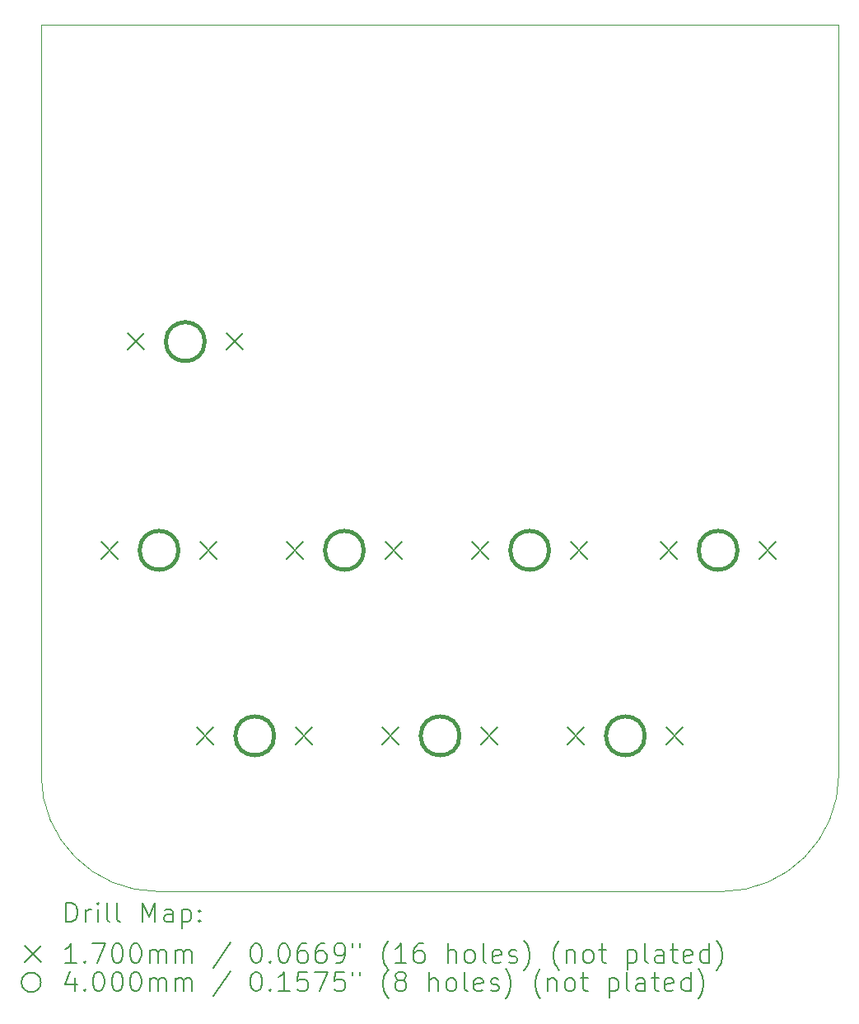
<source format=gbr>
%TF.GenerationSoftware,KiCad,Pcbnew,9.0.5*%
%TF.CreationDate,2025-12-01T20:36:26-06:00*%
%TF.ProjectId,KPad,4b506164-2e6b-4696-9361-645f70636258,rev?*%
%TF.SameCoordinates,Original*%
%TF.FileFunction,Drillmap*%
%TF.FilePolarity,Positive*%
%FSLAX45Y45*%
G04 Gerber Fmt 4.5, Leading zero omitted, Abs format (unit mm)*
G04 Created by KiCad (PCBNEW 9.0.5) date 2025-12-01 20:36:26*
%MOMM*%
%LPD*%
G01*
G04 APERTURE LIST*
%ADD10C,0.050000*%
%ADD11C,0.200000*%
%ADD12C,0.170000*%
%ADD13C,0.400000*%
G04 APERTURE END LIST*
D10*
X14100000Y-2700000D02*
X14100000Y-10400000D01*
X5900000Y-2700000D02*
X14100000Y-2700000D01*
X12900000Y-11600000D02*
X7100000Y-11600000D01*
X7100000Y-11600000D02*
G75*
G02*
X5900000Y-10400000I0J1200000D01*
G01*
X14100000Y-10400000D02*
G75*
G02*
X12900000Y-11600000I-1200000J0D01*
G01*
X5900000Y-2700000D02*
X5900000Y-10400000D01*
D11*
D12*
X6519000Y-8011250D02*
X6689000Y-8181250D01*
X6689000Y-8011250D02*
X6519000Y-8181250D01*
X6788875Y-5868125D02*
X6958875Y-6038125D01*
X6958875Y-5868125D02*
X6788875Y-6038125D01*
X7503250Y-9916250D02*
X7673250Y-10086250D01*
X7673250Y-9916250D02*
X7503250Y-10086250D01*
X7535000Y-8011250D02*
X7705000Y-8181250D01*
X7705000Y-8011250D02*
X7535000Y-8181250D01*
X7804875Y-5868125D02*
X7974875Y-6038125D01*
X7974875Y-5868125D02*
X7804875Y-6038125D01*
X8424000Y-8011250D02*
X8594000Y-8181250D01*
X8594000Y-8011250D02*
X8424000Y-8181250D01*
X8519250Y-9916250D02*
X8689250Y-10086250D01*
X8689250Y-9916250D02*
X8519250Y-10086250D01*
X9408250Y-9916250D02*
X9578250Y-10086250D01*
X9578250Y-9916250D02*
X9408250Y-10086250D01*
X9440000Y-8011250D02*
X9610000Y-8181250D01*
X9610000Y-8011250D02*
X9440000Y-8181250D01*
X10329000Y-8011250D02*
X10499000Y-8181250D01*
X10499000Y-8011250D02*
X10329000Y-8181250D01*
X10424250Y-9916250D02*
X10594250Y-10086250D01*
X10594250Y-9916250D02*
X10424250Y-10086250D01*
X11313250Y-9916250D02*
X11483250Y-10086250D01*
X11483250Y-9916250D02*
X11313250Y-10086250D01*
X11345000Y-8011250D02*
X11515000Y-8181250D01*
X11515000Y-8011250D02*
X11345000Y-8181250D01*
X12265750Y-8011250D02*
X12435750Y-8181250D01*
X12435750Y-8011250D02*
X12265750Y-8181250D01*
X12329250Y-9916250D02*
X12499250Y-10086250D01*
X12499250Y-9916250D02*
X12329250Y-10086250D01*
X13281750Y-8011250D02*
X13451750Y-8181250D01*
X13451750Y-8011250D02*
X13281750Y-8181250D01*
D13*
X7312000Y-8096250D02*
G75*
G02*
X6912000Y-8096250I-200000J0D01*
G01*
X6912000Y-8096250D02*
G75*
G02*
X7312000Y-8096250I200000J0D01*
G01*
X7581875Y-5953125D02*
G75*
G02*
X7181875Y-5953125I-200000J0D01*
G01*
X7181875Y-5953125D02*
G75*
G02*
X7581875Y-5953125I200000J0D01*
G01*
X8296250Y-10001250D02*
G75*
G02*
X7896250Y-10001250I-200000J0D01*
G01*
X7896250Y-10001250D02*
G75*
G02*
X8296250Y-10001250I200000J0D01*
G01*
X9217000Y-8096250D02*
G75*
G02*
X8817000Y-8096250I-200000J0D01*
G01*
X8817000Y-8096250D02*
G75*
G02*
X9217000Y-8096250I200000J0D01*
G01*
X10201250Y-10001250D02*
G75*
G02*
X9801250Y-10001250I-200000J0D01*
G01*
X9801250Y-10001250D02*
G75*
G02*
X10201250Y-10001250I200000J0D01*
G01*
X11122000Y-8096250D02*
G75*
G02*
X10722000Y-8096250I-200000J0D01*
G01*
X10722000Y-8096250D02*
G75*
G02*
X11122000Y-8096250I200000J0D01*
G01*
X12106250Y-10001250D02*
G75*
G02*
X11706250Y-10001250I-200000J0D01*
G01*
X11706250Y-10001250D02*
G75*
G02*
X12106250Y-10001250I200000J0D01*
G01*
X13058750Y-8096250D02*
G75*
G02*
X12658750Y-8096250I-200000J0D01*
G01*
X12658750Y-8096250D02*
G75*
G02*
X13058750Y-8096250I200000J0D01*
G01*
D11*
X6158277Y-11913984D02*
X6158277Y-11713984D01*
X6158277Y-11713984D02*
X6205896Y-11713984D01*
X6205896Y-11713984D02*
X6234467Y-11723508D01*
X6234467Y-11723508D02*
X6253515Y-11742555D01*
X6253515Y-11742555D02*
X6263039Y-11761603D01*
X6263039Y-11761603D02*
X6272562Y-11799698D01*
X6272562Y-11799698D02*
X6272562Y-11828269D01*
X6272562Y-11828269D02*
X6263039Y-11866365D01*
X6263039Y-11866365D02*
X6253515Y-11885412D01*
X6253515Y-11885412D02*
X6234467Y-11904460D01*
X6234467Y-11904460D02*
X6205896Y-11913984D01*
X6205896Y-11913984D02*
X6158277Y-11913984D01*
X6358277Y-11913984D02*
X6358277Y-11780650D01*
X6358277Y-11818746D02*
X6367801Y-11799698D01*
X6367801Y-11799698D02*
X6377324Y-11790174D01*
X6377324Y-11790174D02*
X6396372Y-11780650D01*
X6396372Y-11780650D02*
X6415420Y-11780650D01*
X6482086Y-11913984D02*
X6482086Y-11780650D01*
X6482086Y-11713984D02*
X6472562Y-11723508D01*
X6472562Y-11723508D02*
X6482086Y-11733031D01*
X6482086Y-11733031D02*
X6491610Y-11723508D01*
X6491610Y-11723508D02*
X6482086Y-11713984D01*
X6482086Y-11713984D02*
X6482086Y-11733031D01*
X6605896Y-11913984D02*
X6586848Y-11904460D01*
X6586848Y-11904460D02*
X6577324Y-11885412D01*
X6577324Y-11885412D02*
X6577324Y-11713984D01*
X6710658Y-11913984D02*
X6691610Y-11904460D01*
X6691610Y-11904460D02*
X6682086Y-11885412D01*
X6682086Y-11885412D02*
X6682086Y-11713984D01*
X6939229Y-11913984D02*
X6939229Y-11713984D01*
X6939229Y-11713984D02*
X7005896Y-11856841D01*
X7005896Y-11856841D02*
X7072562Y-11713984D01*
X7072562Y-11713984D02*
X7072562Y-11913984D01*
X7253515Y-11913984D02*
X7253515Y-11809222D01*
X7253515Y-11809222D02*
X7243991Y-11790174D01*
X7243991Y-11790174D02*
X7224943Y-11780650D01*
X7224943Y-11780650D02*
X7186848Y-11780650D01*
X7186848Y-11780650D02*
X7167801Y-11790174D01*
X7253515Y-11904460D02*
X7234467Y-11913984D01*
X7234467Y-11913984D02*
X7186848Y-11913984D01*
X7186848Y-11913984D02*
X7167801Y-11904460D01*
X7167801Y-11904460D02*
X7158277Y-11885412D01*
X7158277Y-11885412D02*
X7158277Y-11866365D01*
X7158277Y-11866365D02*
X7167801Y-11847317D01*
X7167801Y-11847317D02*
X7186848Y-11837793D01*
X7186848Y-11837793D02*
X7234467Y-11837793D01*
X7234467Y-11837793D02*
X7253515Y-11828269D01*
X7348753Y-11780650D02*
X7348753Y-11980650D01*
X7348753Y-11790174D02*
X7367801Y-11780650D01*
X7367801Y-11780650D02*
X7405896Y-11780650D01*
X7405896Y-11780650D02*
X7424943Y-11790174D01*
X7424943Y-11790174D02*
X7434467Y-11799698D01*
X7434467Y-11799698D02*
X7443991Y-11818746D01*
X7443991Y-11818746D02*
X7443991Y-11875888D01*
X7443991Y-11875888D02*
X7434467Y-11894936D01*
X7434467Y-11894936D02*
X7424943Y-11904460D01*
X7424943Y-11904460D02*
X7405896Y-11913984D01*
X7405896Y-11913984D02*
X7367801Y-11913984D01*
X7367801Y-11913984D02*
X7348753Y-11904460D01*
X7529705Y-11894936D02*
X7539229Y-11904460D01*
X7539229Y-11904460D02*
X7529705Y-11913984D01*
X7529705Y-11913984D02*
X7520182Y-11904460D01*
X7520182Y-11904460D02*
X7529705Y-11894936D01*
X7529705Y-11894936D02*
X7529705Y-11913984D01*
X7529705Y-11790174D02*
X7539229Y-11799698D01*
X7539229Y-11799698D02*
X7529705Y-11809222D01*
X7529705Y-11809222D02*
X7520182Y-11799698D01*
X7520182Y-11799698D02*
X7529705Y-11790174D01*
X7529705Y-11790174D02*
X7529705Y-11809222D01*
D12*
X5727500Y-12157500D02*
X5897500Y-12327500D01*
X5897500Y-12157500D02*
X5727500Y-12327500D01*
D11*
X6263039Y-12333984D02*
X6148753Y-12333984D01*
X6205896Y-12333984D02*
X6205896Y-12133984D01*
X6205896Y-12133984D02*
X6186848Y-12162555D01*
X6186848Y-12162555D02*
X6167801Y-12181603D01*
X6167801Y-12181603D02*
X6148753Y-12191127D01*
X6348753Y-12314936D02*
X6358277Y-12324460D01*
X6358277Y-12324460D02*
X6348753Y-12333984D01*
X6348753Y-12333984D02*
X6339229Y-12324460D01*
X6339229Y-12324460D02*
X6348753Y-12314936D01*
X6348753Y-12314936D02*
X6348753Y-12333984D01*
X6424943Y-12133984D02*
X6558277Y-12133984D01*
X6558277Y-12133984D02*
X6472562Y-12333984D01*
X6672562Y-12133984D02*
X6691610Y-12133984D01*
X6691610Y-12133984D02*
X6710658Y-12143508D01*
X6710658Y-12143508D02*
X6720182Y-12153031D01*
X6720182Y-12153031D02*
X6729705Y-12172079D01*
X6729705Y-12172079D02*
X6739229Y-12210174D01*
X6739229Y-12210174D02*
X6739229Y-12257793D01*
X6739229Y-12257793D02*
X6729705Y-12295888D01*
X6729705Y-12295888D02*
X6720182Y-12314936D01*
X6720182Y-12314936D02*
X6710658Y-12324460D01*
X6710658Y-12324460D02*
X6691610Y-12333984D01*
X6691610Y-12333984D02*
X6672562Y-12333984D01*
X6672562Y-12333984D02*
X6653515Y-12324460D01*
X6653515Y-12324460D02*
X6643991Y-12314936D01*
X6643991Y-12314936D02*
X6634467Y-12295888D01*
X6634467Y-12295888D02*
X6624943Y-12257793D01*
X6624943Y-12257793D02*
X6624943Y-12210174D01*
X6624943Y-12210174D02*
X6634467Y-12172079D01*
X6634467Y-12172079D02*
X6643991Y-12153031D01*
X6643991Y-12153031D02*
X6653515Y-12143508D01*
X6653515Y-12143508D02*
X6672562Y-12133984D01*
X6863039Y-12133984D02*
X6882086Y-12133984D01*
X6882086Y-12133984D02*
X6901134Y-12143508D01*
X6901134Y-12143508D02*
X6910658Y-12153031D01*
X6910658Y-12153031D02*
X6920182Y-12172079D01*
X6920182Y-12172079D02*
X6929705Y-12210174D01*
X6929705Y-12210174D02*
X6929705Y-12257793D01*
X6929705Y-12257793D02*
X6920182Y-12295888D01*
X6920182Y-12295888D02*
X6910658Y-12314936D01*
X6910658Y-12314936D02*
X6901134Y-12324460D01*
X6901134Y-12324460D02*
X6882086Y-12333984D01*
X6882086Y-12333984D02*
X6863039Y-12333984D01*
X6863039Y-12333984D02*
X6843991Y-12324460D01*
X6843991Y-12324460D02*
X6834467Y-12314936D01*
X6834467Y-12314936D02*
X6824943Y-12295888D01*
X6824943Y-12295888D02*
X6815420Y-12257793D01*
X6815420Y-12257793D02*
X6815420Y-12210174D01*
X6815420Y-12210174D02*
X6824943Y-12172079D01*
X6824943Y-12172079D02*
X6834467Y-12153031D01*
X6834467Y-12153031D02*
X6843991Y-12143508D01*
X6843991Y-12143508D02*
X6863039Y-12133984D01*
X7015420Y-12333984D02*
X7015420Y-12200650D01*
X7015420Y-12219698D02*
X7024943Y-12210174D01*
X7024943Y-12210174D02*
X7043991Y-12200650D01*
X7043991Y-12200650D02*
X7072563Y-12200650D01*
X7072563Y-12200650D02*
X7091610Y-12210174D01*
X7091610Y-12210174D02*
X7101134Y-12229222D01*
X7101134Y-12229222D02*
X7101134Y-12333984D01*
X7101134Y-12229222D02*
X7110658Y-12210174D01*
X7110658Y-12210174D02*
X7129705Y-12200650D01*
X7129705Y-12200650D02*
X7158277Y-12200650D01*
X7158277Y-12200650D02*
X7177324Y-12210174D01*
X7177324Y-12210174D02*
X7186848Y-12229222D01*
X7186848Y-12229222D02*
X7186848Y-12333984D01*
X7282086Y-12333984D02*
X7282086Y-12200650D01*
X7282086Y-12219698D02*
X7291610Y-12210174D01*
X7291610Y-12210174D02*
X7310658Y-12200650D01*
X7310658Y-12200650D02*
X7339229Y-12200650D01*
X7339229Y-12200650D02*
X7358277Y-12210174D01*
X7358277Y-12210174D02*
X7367801Y-12229222D01*
X7367801Y-12229222D02*
X7367801Y-12333984D01*
X7367801Y-12229222D02*
X7377324Y-12210174D01*
X7377324Y-12210174D02*
X7396372Y-12200650D01*
X7396372Y-12200650D02*
X7424943Y-12200650D01*
X7424943Y-12200650D02*
X7443991Y-12210174D01*
X7443991Y-12210174D02*
X7453515Y-12229222D01*
X7453515Y-12229222D02*
X7453515Y-12333984D01*
X7843991Y-12124460D02*
X7672563Y-12381603D01*
X8101134Y-12133984D02*
X8120182Y-12133984D01*
X8120182Y-12133984D02*
X8139229Y-12143508D01*
X8139229Y-12143508D02*
X8148753Y-12153031D01*
X8148753Y-12153031D02*
X8158277Y-12172079D01*
X8158277Y-12172079D02*
X8167801Y-12210174D01*
X8167801Y-12210174D02*
X8167801Y-12257793D01*
X8167801Y-12257793D02*
X8158277Y-12295888D01*
X8158277Y-12295888D02*
X8148753Y-12314936D01*
X8148753Y-12314936D02*
X8139229Y-12324460D01*
X8139229Y-12324460D02*
X8120182Y-12333984D01*
X8120182Y-12333984D02*
X8101134Y-12333984D01*
X8101134Y-12333984D02*
X8082086Y-12324460D01*
X8082086Y-12324460D02*
X8072563Y-12314936D01*
X8072563Y-12314936D02*
X8063039Y-12295888D01*
X8063039Y-12295888D02*
X8053515Y-12257793D01*
X8053515Y-12257793D02*
X8053515Y-12210174D01*
X8053515Y-12210174D02*
X8063039Y-12172079D01*
X8063039Y-12172079D02*
X8072563Y-12153031D01*
X8072563Y-12153031D02*
X8082086Y-12143508D01*
X8082086Y-12143508D02*
X8101134Y-12133984D01*
X8253515Y-12314936D02*
X8263039Y-12324460D01*
X8263039Y-12324460D02*
X8253515Y-12333984D01*
X8253515Y-12333984D02*
X8243991Y-12324460D01*
X8243991Y-12324460D02*
X8253515Y-12314936D01*
X8253515Y-12314936D02*
X8253515Y-12333984D01*
X8386848Y-12133984D02*
X8405896Y-12133984D01*
X8405896Y-12133984D02*
X8424944Y-12143508D01*
X8424944Y-12143508D02*
X8434468Y-12153031D01*
X8434468Y-12153031D02*
X8443991Y-12172079D01*
X8443991Y-12172079D02*
X8453515Y-12210174D01*
X8453515Y-12210174D02*
X8453515Y-12257793D01*
X8453515Y-12257793D02*
X8443991Y-12295888D01*
X8443991Y-12295888D02*
X8434468Y-12314936D01*
X8434468Y-12314936D02*
X8424944Y-12324460D01*
X8424944Y-12324460D02*
X8405896Y-12333984D01*
X8405896Y-12333984D02*
X8386848Y-12333984D01*
X8386848Y-12333984D02*
X8367801Y-12324460D01*
X8367801Y-12324460D02*
X8358277Y-12314936D01*
X8358277Y-12314936D02*
X8348753Y-12295888D01*
X8348753Y-12295888D02*
X8339229Y-12257793D01*
X8339229Y-12257793D02*
X8339229Y-12210174D01*
X8339229Y-12210174D02*
X8348753Y-12172079D01*
X8348753Y-12172079D02*
X8358277Y-12153031D01*
X8358277Y-12153031D02*
X8367801Y-12143508D01*
X8367801Y-12143508D02*
X8386848Y-12133984D01*
X8624944Y-12133984D02*
X8586848Y-12133984D01*
X8586848Y-12133984D02*
X8567801Y-12143508D01*
X8567801Y-12143508D02*
X8558277Y-12153031D01*
X8558277Y-12153031D02*
X8539229Y-12181603D01*
X8539229Y-12181603D02*
X8529706Y-12219698D01*
X8529706Y-12219698D02*
X8529706Y-12295888D01*
X8529706Y-12295888D02*
X8539229Y-12314936D01*
X8539229Y-12314936D02*
X8548753Y-12324460D01*
X8548753Y-12324460D02*
X8567801Y-12333984D01*
X8567801Y-12333984D02*
X8605896Y-12333984D01*
X8605896Y-12333984D02*
X8624944Y-12324460D01*
X8624944Y-12324460D02*
X8634468Y-12314936D01*
X8634468Y-12314936D02*
X8643991Y-12295888D01*
X8643991Y-12295888D02*
X8643991Y-12248269D01*
X8643991Y-12248269D02*
X8634468Y-12229222D01*
X8634468Y-12229222D02*
X8624944Y-12219698D01*
X8624944Y-12219698D02*
X8605896Y-12210174D01*
X8605896Y-12210174D02*
X8567801Y-12210174D01*
X8567801Y-12210174D02*
X8548753Y-12219698D01*
X8548753Y-12219698D02*
X8539229Y-12229222D01*
X8539229Y-12229222D02*
X8529706Y-12248269D01*
X8815420Y-12133984D02*
X8777325Y-12133984D01*
X8777325Y-12133984D02*
X8758277Y-12143508D01*
X8758277Y-12143508D02*
X8748753Y-12153031D01*
X8748753Y-12153031D02*
X8729706Y-12181603D01*
X8729706Y-12181603D02*
X8720182Y-12219698D01*
X8720182Y-12219698D02*
X8720182Y-12295888D01*
X8720182Y-12295888D02*
X8729706Y-12314936D01*
X8729706Y-12314936D02*
X8739229Y-12324460D01*
X8739229Y-12324460D02*
X8758277Y-12333984D01*
X8758277Y-12333984D02*
X8796372Y-12333984D01*
X8796372Y-12333984D02*
X8815420Y-12324460D01*
X8815420Y-12324460D02*
X8824944Y-12314936D01*
X8824944Y-12314936D02*
X8834468Y-12295888D01*
X8834468Y-12295888D02*
X8834468Y-12248269D01*
X8834468Y-12248269D02*
X8824944Y-12229222D01*
X8824944Y-12229222D02*
X8815420Y-12219698D01*
X8815420Y-12219698D02*
X8796372Y-12210174D01*
X8796372Y-12210174D02*
X8758277Y-12210174D01*
X8758277Y-12210174D02*
X8739229Y-12219698D01*
X8739229Y-12219698D02*
X8729706Y-12229222D01*
X8729706Y-12229222D02*
X8720182Y-12248269D01*
X8929706Y-12333984D02*
X8967801Y-12333984D01*
X8967801Y-12333984D02*
X8986849Y-12324460D01*
X8986849Y-12324460D02*
X8996372Y-12314936D01*
X8996372Y-12314936D02*
X9015420Y-12286365D01*
X9015420Y-12286365D02*
X9024944Y-12248269D01*
X9024944Y-12248269D02*
X9024944Y-12172079D01*
X9024944Y-12172079D02*
X9015420Y-12153031D01*
X9015420Y-12153031D02*
X9005896Y-12143508D01*
X9005896Y-12143508D02*
X8986849Y-12133984D01*
X8986849Y-12133984D02*
X8948753Y-12133984D01*
X8948753Y-12133984D02*
X8929706Y-12143508D01*
X8929706Y-12143508D02*
X8920182Y-12153031D01*
X8920182Y-12153031D02*
X8910658Y-12172079D01*
X8910658Y-12172079D02*
X8910658Y-12219698D01*
X8910658Y-12219698D02*
X8920182Y-12238746D01*
X8920182Y-12238746D02*
X8929706Y-12248269D01*
X8929706Y-12248269D02*
X8948753Y-12257793D01*
X8948753Y-12257793D02*
X8986849Y-12257793D01*
X8986849Y-12257793D02*
X9005896Y-12248269D01*
X9005896Y-12248269D02*
X9015420Y-12238746D01*
X9015420Y-12238746D02*
X9024944Y-12219698D01*
X9101134Y-12133984D02*
X9101134Y-12172079D01*
X9177325Y-12133984D02*
X9177325Y-12172079D01*
X9472563Y-12410174D02*
X9463039Y-12400650D01*
X9463039Y-12400650D02*
X9443991Y-12372079D01*
X9443991Y-12372079D02*
X9434468Y-12353031D01*
X9434468Y-12353031D02*
X9424944Y-12324460D01*
X9424944Y-12324460D02*
X9415420Y-12276841D01*
X9415420Y-12276841D02*
X9415420Y-12238746D01*
X9415420Y-12238746D02*
X9424944Y-12191127D01*
X9424944Y-12191127D02*
X9434468Y-12162555D01*
X9434468Y-12162555D02*
X9443991Y-12143508D01*
X9443991Y-12143508D02*
X9463039Y-12114936D01*
X9463039Y-12114936D02*
X9472563Y-12105412D01*
X9653515Y-12333984D02*
X9539230Y-12333984D01*
X9596372Y-12333984D02*
X9596372Y-12133984D01*
X9596372Y-12133984D02*
X9577325Y-12162555D01*
X9577325Y-12162555D02*
X9558277Y-12181603D01*
X9558277Y-12181603D02*
X9539230Y-12191127D01*
X9824944Y-12133984D02*
X9786849Y-12133984D01*
X9786849Y-12133984D02*
X9767801Y-12143508D01*
X9767801Y-12143508D02*
X9758277Y-12153031D01*
X9758277Y-12153031D02*
X9739230Y-12181603D01*
X9739230Y-12181603D02*
X9729706Y-12219698D01*
X9729706Y-12219698D02*
X9729706Y-12295888D01*
X9729706Y-12295888D02*
X9739230Y-12314936D01*
X9739230Y-12314936D02*
X9748753Y-12324460D01*
X9748753Y-12324460D02*
X9767801Y-12333984D01*
X9767801Y-12333984D02*
X9805896Y-12333984D01*
X9805896Y-12333984D02*
X9824944Y-12324460D01*
X9824944Y-12324460D02*
X9834468Y-12314936D01*
X9834468Y-12314936D02*
X9843991Y-12295888D01*
X9843991Y-12295888D02*
X9843991Y-12248269D01*
X9843991Y-12248269D02*
X9834468Y-12229222D01*
X9834468Y-12229222D02*
X9824944Y-12219698D01*
X9824944Y-12219698D02*
X9805896Y-12210174D01*
X9805896Y-12210174D02*
X9767801Y-12210174D01*
X9767801Y-12210174D02*
X9748753Y-12219698D01*
X9748753Y-12219698D02*
X9739230Y-12229222D01*
X9739230Y-12229222D02*
X9729706Y-12248269D01*
X10082087Y-12333984D02*
X10082087Y-12133984D01*
X10167801Y-12333984D02*
X10167801Y-12229222D01*
X10167801Y-12229222D02*
X10158277Y-12210174D01*
X10158277Y-12210174D02*
X10139230Y-12200650D01*
X10139230Y-12200650D02*
X10110658Y-12200650D01*
X10110658Y-12200650D02*
X10091611Y-12210174D01*
X10091611Y-12210174D02*
X10082087Y-12219698D01*
X10291611Y-12333984D02*
X10272563Y-12324460D01*
X10272563Y-12324460D02*
X10263039Y-12314936D01*
X10263039Y-12314936D02*
X10253515Y-12295888D01*
X10253515Y-12295888D02*
X10253515Y-12238746D01*
X10253515Y-12238746D02*
X10263039Y-12219698D01*
X10263039Y-12219698D02*
X10272563Y-12210174D01*
X10272563Y-12210174D02*
X10291611Y-12200650D01*
X10291611Y-12200650D02*
X10320182Y-12200650D01*
X10320182Y-12200650D02*
X10339230Y-12210174D01*
X10339230Y-12210174D02*
X10348753Y-12219698D01*
X10348753Y-12219698D02*
X10358277Y-12238746D01*
X10358277Y-12238746D02*
X10358277Y-12295888D01*
X10358277Y-12295888D02*
X10348753Y-12314936D01*
X10348753Y-12314936D02*
X10339230Y-12324460D01*
X10339230Y-12324460D02*
X10320182Y-12333984D01*
X10320182Y-12333984D02*
X10291611Y-12333984D01*
X10472563Y-12333984D02*
X10453515Y-12324460D01*
X10453515Y-12324460D02*
X10443992Y-12305412D01*
X10443992Y-12305412D02*
X10443992Y-12133984D01*
X10624944Y-12324460D02*
X10605896Y-12333984D01*
X10605896Y-12333984D02*
X10567801Y-12333984D01*
X10567801Y-12333984D02*
X10548753Y-12324460D01*
X10548753Y-12324460D02*
X10539230Y-12305412D01*
X10539230Y-12305412D02*
X10539230Y-12229222D01*
X10539230Y-12229222D02*
X10548753Y-12210174D01*
X10548753Y-12210174D02*
X10567801Y-12200650D01*
X10567801Y-12200650D02*
X10605896Y-12200650D01*
X10605896Y-12200650D02*
X10624944Y-12210174D01*
X10624944Y-12210174D02*
X10634468Y-12229222D01*
X10634468Y-12229222D02*
X10634468Y-12248269D01*
X10634468Y-12248269D02*
X10539230Y-12267317D01*
X10710658Y-12324460D02*
X10729706Y-12333984D01*
X10729706Y-12333984D02*
X10767801Y-12333984D01*
X10767801Y-12333984D02*
X10786849Y-12324460D01*
X10786849Y-12324460D02*
X10796373Y-12305412D01*
X10796373Y-12305412D02*
X10796373Y-12295888D01*
X10796373Y-12295888D02*
X10786849Y-12276841D01*
X10786849Y-12276841D02*
X10767801Y-12267317D01*
X10767801Y-12267317D02*
X10739230Y-12267317D01*
X10739230Y-12267317D02*
X10720182Y-12257793D01*
X10720182Y-12257793D02*
X10710658Y-12238746D01*
X10710658Y-12238746D02*
X10710658Y-12229222D01*
X10710658Y-12229222D02*
X10720182Y-12210174D01*
X10720182Y-12210174D02*
X10739230Y-12200650D01*
X10739230Y-12200650D02*
X10767801Y-12200650D01*
X10767801Y-12200650D02*
X10786849Y-12210174D01*
X10863039Y-12410174D02*
X10872563Y-12400650D01*
X10872563Y-12400650D02*
X10891611Y-12372079D01*
X10891611Y-12372079D02*
X10901134Y-12353031D01*
X10901134Y-12353031D02*
X10910658Y-12324460D01*
X10910658Y-12324460D02*
X10920182Y-12276841D01*
X10920182Y-12276841D02*
X10920182Y-12238746D01*
X10920182Y-12238746D02*
X10910658Y-12191127D01*
X10910658Y-12191127D02*
X10901134Y-12162555D01*
X10901134Y-12162555D02*
X10891611Y-12143508D01*
X10891611Y-12143508D02*
X10872563Y-12114936D01*
X10872563Y-12114936D02*
X10863039Y-12105412D01*
X11224944Y-12410174D02*
X11215420Y-12400650D01*
X11215420Y-12400650D02*
X11196372Y-12372079D01*
X11196372Y-12372079D02*
X11186849Y-12353031D01*
X11186849Y-12353031D02*
X11177325Y-12324460D01*
X11177325Y-12324460D02*
X11167801Y-12276841D01*
X11167801Y-12276841D02*
X11167801Y-12238746D01*
X11167801Y-12238746D02*
X11177325Y-12191127D01*
X11177325Y-12191127D02*
X11186849Y-12162555D01*
X11186849Y-12162555D02*
X11196372Y-12143508D01*
X11196372Y-12143508D02*
X11215420Y-12114936D01*
X11215420Y-12114936D02*
X11224944Y-12105412D01*
X11301134Y-12200650D02*
X11301134Y-12333984D01*
X11301134Y-12219698D02*
X11310658Y-12210174D01*
X11310658Y-12210174D02*
X11329706Y-12200650D01*
X11329706Y-12200650D02*
X11358277Y-12200650D01*
X11358277Y-12200650D02*
X11377325Y-12210174D01*
X11377325Y-12210174D02*
X11386849Y-12229222D01*
X11386849Y-12229222D02*
X11386849Y-12333984D01*
X11510658Y-12333984D02*
X11491611Y-12324460D01*
X11491611Y-12324460D02*
X11482087Y-12314936D01*
X11482087Y-12314936D02*
X11472563Y-12295888D01*
X11472563Y-12295888D02*
X11472563Y-12238746D01*
X11472563Y-12238746D02*
X11482087Y-12219698D01*
X11482087Y-12219698D02*
X11491611Y-12210174D01*
X11491611Y-12210174D02*
X11510658Y-12200650D01*
X11510658Y-12200650D02*
X11539230Y-12200650D01*
X11539230Y-12200650D02*
X11558277Y-12210174D01*
X11558277Y-12210174D02*
X11567801Y-12219698D01*
X11567801Y-12219698D02*
X11577325Y-12238746D01*
X11577325Y-12238746D02*
X11577325Y-12295888D01*
X11577325Y-12295888D02*
X11567801Y-12314936D01*
X11567801Y-12314936D02*
X11558277Y-12324460D01*
X11558277Y-12324460D02*
X11539230Y-12333984D01*
X11539230Y-12333984D02*
X11510658Y-12333984D01*
X11634468Y-12200650D02*
X11710658Y-12200650D01*
X11663039Y-12133984D02*
X11663039Y-12305412D01*
X11663039Y-12305412D02*
X11672563Y-12324460D01*
X11672563Y-12324460D02*
X11691611Y-12333984D01*
X11691611Y-12333984D02*
X11710658Y-12333984D01*
X11929706Y-12200650D02*
X11929706Y-12400650D01*
X11929706Y-12210174D02*
X11948753Y-12200650D01*
X11948753Y-12200650D02*
X11986849Y-12200650D01*
X11986849Y-12200650D02*
X12005896Y-12210174D01*
X12005896Y-12210174D02*
X12015420Y-12219698D01*
X12015420Y-12219698D02*
X12024944Y-12238746D01*
X12024944Y-12238746D02*
X12024944Y-12295888D01*
X12024944Y-12295888D02*
X12015420Y-12314936D01*
X12015420Y-12314936D02*
X12005896Y-12324460D01*
X12005896Y-12324460D02*
X11986849Y-12333984D01*
X11986849Y-12333984D02*
X11948753Y-12333984D01*
X11948753Y-12333984D02*
X11929706Y-12324460D01*
X12139230Y-12333984D02*
X12120182Y-12324460D01*
X12120182Y-12324460D02*
X12110658Y-12305412D01*
X12110658Y-12305412D02*
X12110658Y-12133984D01*
X12301134Y-12333984D02*
X12301134Y-12229222D01*
X12301134Y-12229222D02*
X12291611Y-12210174D01*
X12291611Y-12210174D02*
X12272563Y-12200650D01*
X12272563Y-12200650D02*
X12234468Y-12200650D01*
X12234468Y-12200650D02*
X12215420Y-12210174D01*
X12301134Y-12324460D02*
X12282087Y-12333984D01*
X12282087Y-12333984D02*
X12234468Y-12333984D01*
X12234468Y-12333984D02*
X12215420Y-12324460D01*
X12215420Y-12324460D02*
X12205896Y-12305412D01*
X12205896Y-12305412D02*
X12205896Y-12286365D01*
X12205896Y-12286365D02*
X12215420Y-12267317D01*
X12215420Y-12267317D02*
X12234468Y-12257793D01*
X12234468Y-12257793D02*
X12282087Y-12257793D01*
X12282087Y-12257793D02*
X12301134Y-12248269D01*
X12367801Y-12200650D02*
X12443992Y-12200650D01*
X12396373Y-12133984D02*
X12396373Y-12305412D01*
X12396373Y-12305412D02*
X12405896Y-12324460D01*
X12405896Y-12324460D02*
X12424944Y-12333984D01*
X12424944Y-12333984D02*
X12443992Y-12333984D01*
X12586849Y-12324460D02*
X12567801Y-12333984D01*
X12567801Y-12333984D02*
X12529706Y-12333984D01*
X12529706Y-12333984D02*
X12510658Y-12324460D01*
X12510658Y-12324460D02*
X12501134Y-12305412D01*
X12501134Y-12305412D02*
X12501134Y-12229222D01*
X12501134Y-12229222D02*
X12510658Y-12210174D01*
X12510658Y-12210174D02*
X12529706Y-12200650D01*
X12529706Y-12200650D02*
X12567801Y-12200650D01*
X12567801Y-12200650D02*
X12586849Y-12210174D01*
X12586849Y-12210174D02*
X12596373Y-12229222D01*
X12596373Y-12229222D02*
X12596373Y-12248269D01*
X12596373Y-12248269D02*
X12501134Y-12267317D01*
X12767801Y-12333984D02*
X12767801Y-12133984D01*
X12767801Y-12324460D02*
X12748754Y-12333984D01*
X12748754Y-12333984D02*
X12710658Y-12333984D01*
X12710658Y-12333984D02*
X12691611Y-12324460D01*
X12691611Y-12324460D02*
X12682087Y-12314936D01*
X12682087Y-12314936D02*
X12672563Y-12295888D01*
X12672563Y-12295888D02*
X12672563Y-12238746D01*
X12672563Y-12238746D02*
X12682087Y-12219698D01*
X12682087Y-12219698D02*
X12691611Y-12210174D01*
X12691611Y-12210174D02*
X12710658Y-12200650D01*
X12710658Y-12200650D02*
X12748754Y-12200650D01*
X12748754Y-12200650D02*
X12767801Y-12210174D01*
X12843992Y-12410174D02*
X12853515Y-12400650D01*
X12853515Y-12400650D02*
X12872563Y-12372079D01*
X12872563Y-12372079D02*
X12882087Y-12353031D01*
X12882087Y-12353031D02*
X12891611Y-12324460D01*
X12891611Y-12324460D02*
X12901134Y-12276841D01*
X12901134Y-12276841D02*
X12901134Y-12238746D01*
X12901134Y-12238746D02*
X12891611Y-12191127D01*
X12891611Y-12191127D02*
X12882087Y-12162555D01*
X12882087Y-12162555D02*
X12872563Y-12143508D01*
X12872563Y-12143508D02*
X12853515Y-12114936D01*
X12853515Y-12114936D02*
X12843992Y-12105412D01*
X5897500Y-12532500D02*
G75*
G02*
X5697500Y-12532500I-100000J0D01*
G01*
X5697500Y-12532500D02*
G75*
G02*
X5897500Y-12532500I100000J0D01*
G01*
X6243991Y-12490650D02*
X6243991Y-12623984D01*
X6196372Y-12414460D02*
X6148753Y-12557317D01*
X6148753Y-12557317D02*
X6272562Y-12557317D01*
X6348753Y-12604936D02*
X6358277Y-12614460D01*
X6358277Y-12614460D02*
X6348753Y-12623984D01*
X6348753Y-12623984D02*
X6339229Y-12614460D01*
X6339229Y-12614460D02*
X6348753Y-12604936D01*
X6348753Y-12604936D02*
X6348753Y-12623984D01*
X6482086Y-12423984D02*
X6501134Y-12423984D01*
X6501134Y-12423984D02*
X6520182Y-12433508D01*
X6520182Y-12433508D02*
X6529705Y-12443031D01*
X6529705Y-12443031D02*
X6539229Y-12462079D01*
X6539229Y-12462079D02*
X6548753Y-12500174D01*
X6548753Y-12500174D02*
X6548753Y-12547793D01*
X6548753Y-12547793D02*
X6539229Y-12585888D01*
X6539229Y-12585888D02*
X6529705Y-12604936D01*
X6529705Y-12604936D02*
X6520182Y-12614460D01*
X6520182Y-12614460D02*
X6501134Y-12623984D01*
X6501134Y-12623984D02*
X6482086Y-12623984D01*
X6482086Y-12623984D02*
X6463039Y-12614460D01*
X6463039Y-12614460D02*
X6453515Y-12604936D01*
X6453515Y-12604936D02*
X6443991Y-12585888D01*
X6443991Y-12585888D02*
X6434467Y-12547793D01*
X6434467Y-12547793D02*
X6434467Y-12500174D01*
X6434467Y-12500174D02*
X6443991Y-12462079D01*
X6443991Y-12462079D02*
X6453515Y-12443031D01*
X6453515Y-12443031D02*
X6463039Y-12433508D01*
X6463039Y-12433508D02*
X6482086Y-12423984D01*
X6672562Y-12423984D02*
X6691610Y-12423984D01*
X6691610Y-12423984D02*
X6710658Y-12433508D01*
X6710658Y-12433508D02*
X6720182Y-12443031D01*
X6720182Y-12443031D02*
X6729705Y-12462079D01*
X6729705Y-12462079D02*
X6739229Y-12500174D01*
X6739229Y-12500174D02*
X6739229Y-12547793D01*
X6739229Y-12547793D02*
X6729705Y-12585888D01*
X6729705Y-12585888D02*
X6720182Y-12604936D01*
X6720182Y-12604936D02*
X6710658Y-12614460D01*
X6710658Y-12614460D02*
X6691610Y-12623984D01*
X6691610Y-12623984D02*
X6672562Y-12623984D01*
X6672562Y-12623984D02*
X6653515Y-12614460D01*
X6653515Y-12614460D02*
X6643991Y-12604936D01*
X6643991Y-12604936D02*
X6634467Y-12585888D01*
X6634467Y-12585888D02*
X6624943Y-12547793D01*
X6624943Y-12547793D02*
X6624943Y-12500174D01*
X6624943Y-12500174D02*
X6634467Y-12462079D01*
X6634467Y-12462079D02*
X6643991Y-12443031D01*
X6643991Y-12443031D02*
X6653515Y-12433508D01*
X6653515Y-12433508D02*
X6672562Y-12423984D01*
X6863039Y-12423984D02*
X6882086Y-12423984D01*
X6882086Y-12423984D02*
X6901134Y-12433508D01*
X6901134Y-12433508D02*
X6910658Y-12443031D01*
X6910658Y-12443031D02*
X6920182Y-12462079D01*
X6920182Y-12462079D02*
X6929705Y-12500174D01*
X6929705Y-12500174D02*
X6929705Y-12547793D01*
X6929705Y-12547793D02*
X6920182Y-12585888D01*
X6920182Y-12585888D02*
X6910658Y-12604936D01*
X6910658Y-12604936D02*
X6901134Y-12614460D01*
X6901134Y-12614460D02*
X6882086Y-12623984D01*
X6882086Y-12623984D02*
X6863039Y-12623984D01*
X6863039Y-12623984D02*
X6843991Y-12614460D01*
X6843991Y-12614460D02*
X6834467Y-12604936D01*
X6834467Y-12604936D02*
X6824943Y-12585888D01*
X6824943Y-12585888D02*
X6815420Y-12547793D01*
X6815420Y-12547793D02*
X6815420Y-12500174D01*
X6815420Y-12500174D02*
X6824943Y-12462079D01*
X6824943Y-12462079D02*
X6834467Y-12443031D01*
X6834467Y-12443031D02*
X6843991Y-12433508D01*
X6843991Y-12433508D02*
X6863039Y-12423984D01*
X7015420Y-12623984D02*
X7015420Y-12490650D01*
X7015420Y-12509698D02*
X7024943Y-12500174D01*
X7024943Y-12500174D02*
X7043991Y-12490650D01*
X7043991Y-12490650D02*
X7072563Y-12490650D01*
X7072563Y-12490650D02*
X7091610Y-12500174D01*
X7091610Y-12500174D02*
X7101134Y-12519222D01*
X7101134Y-12519222D02*
X7101134Y-12623984D01*
X7101134Y-12519222D02*
X7110658Y-12500174D01*
X7110658Y-12500174D02*
X7129705Y-12490650D01*
X7129705Y-12490650D02*
X7158277Y-12490650D01*
X7158277Y-12490650D02*
X7177324Y-12500174D01*
X7177324Y-12500174D02*
X7186848Y-12519222D01*
X7186848Y-12519222D02*
X7186848Y-12623984D01*
X7282086Y-12623984D02*
X7282086Y-12490650D01*
X7282086Y-12509698D02*
X7291610Y-12500174D01*
X7291610Y-12500174D02*
X7310658Y-12490650D01*
X7310658Y-12490650D02*
X7339229Y-12490650D01*
X7339229Y-12490650D02*
X7358277Y-12500174D01*
X7358277Y-12500174D02*
X7367801Y-12519222D01*
X7367801Y-12519222D02*
X7367801Y-12623984D01*
X7367801Y-12519222D02*
X7377324Y-12500174D01*
X7377324Y-12500174D02*
X7396372Y-12490650D01*
X7396372Y-12490650D02*
X7424943Y-12490650D01*
X7424943Y-12490650D02*
X7443991Y-12500174D01*
X7443991Y-12500174D02*
X7453515Y-12519222D01*
X7453515Y-12519222D02*
X7453515Y-12623984D01*
X7843991Y-12414460D02*
X7672563Y-12671603D01*
X8101134Y-12423984D02*
X8120182Y-12423984D01*
X8120182Y-12423984D02*
X8139229Y-12433508D01*
X8139229Y-12433508D02*
X8148753Y-12443031D01*
X8148753Y-12443031D02*
X8158277Y-12462079D01*
X8158277Y-12462079D02*
X8167801Y-12500174D01*
X8167801Y-12500174D02*
X8167801Y-12547793D01*
X8167801Y-12547793D02*
X8158277Y-12585888D01*
X8158277Y-12585888D02*
X8148753Y-12604936D01*
X8148753Y-12604936D02*
X8139229Y-12614460D01*
X8139229Y-12614460D02*
X8120182Y-12623984D01*
X8120182Y-12623984D02*
X8101134Y-12623984D01*
X8101134Y-12623984D02*
X8082086Y-12614460D01*
X8082086Y-12614460D02*
X8072563Y-12604936D01*
X8072563Y-12604936D02*
X8063039Y-12585888D01*
X8063039Y-12585888D02*
X8053515Y-12547793D01*
X8053515Y-12547793D02*
X8053515Y-12500174D01*
X8053515Y-12500174D02*
X8063039Y-12462079D01*
X8063039Y-12462079D02*
X8072563Y-12443031D01*
X8072563Y-12443031D02*
X8082086Y-12433508D01*
X8082086Y-12433508D02*
X8101134Y-12423984D01*
X8253515Y-12604936D02*
X8263039Y-12614460D01*
X8263039Y-12614460D02*
X8253515Y-12623984D01*
X8253515Y-12623984D02*
X8243991Y-12614460D01*
X8243991Y-12614460D02*
X8253515Y-12604936D01*
X8253515Y-12604936D02*
X8253515Y-12623984D01*
X8453515Y-12623984D02*
X8339229Y-12623984D01*
X8396372Y-12623984D02*
X8396372Y-12423984D01*
X8396372Y-12423984D02*
X8377325Y-12452555D01*
X8377325Y-12452555D02*
X8358277Y-12471603D01*
X8358277Y-12471603D02*
X8339229Y-12481127D01*
X8634468Y-12423984D02*
X8539229Y-12423984D01*
X8539229Y-12423984D02*
X8529706Y-12519222D01*
X8529706Y-12519222D02*
X8539229Y-12509698D01*
X8539229Y-12509698D02*
X8558277Y-12500174D01*
X8558277Y-12500174D02*
X8605896Y-12500174D01*
X8605896Y-12500174D02*
X8624944Y-12509698D01*
X8624944Y-12509698D02*
X8634468Y-12519222D01*
X8634468Y-12519222D02*
X8643991Y-12538269D01*
X8643991Y-12538269D02*
X8643991Y-12585888D01*
X8643991Y-12585888D02*
X8634468Y-12604936D01*
X8634468Y-12604936D02*
X8624944Y-12614460D01*
X8624944Y-12614460D02*
X8605896Y-12623984D01*
X8605896Y-12623984D02*
X8558277Y-12623984D01*
X8558277Y-12623984D02*
X8539229Y-12614460D01*
X8539229Y-12614460D02*
X8529706Y-12604936D01*
X8710658Y-12423984D02*
X8843991Y-12423984D01*
X8843991Y-12423984D02*
X8758277Y-12623984D01*
X9015420Y-12423984D02*
X8920182Y-12423984D01*
X8920182Y-12423984D02*
X8910658Y-12519222D01*
X8910658Y-12519222D02*
X8920182Y-12509698D01*
X8920182Y-12509698D02*
X8939229Y-12500174D01*
X8939229Y-12500174D02*
X8986849Y-12500174D01*
X8986849Y-12500174D02*
X9005896Y-12509698D01*
X9005896Y-12509698D02*
X9015420Y-12519222D01*
X9015420Y-12519222D02*
X9024944Y-12538269D01*
X9024944Y-12538269D02*
X9024944Y-12585888D01*
X9024944Y-12585888D02*
X9015420Y-12604936D01*
X9015420Y-12604936D02*
X9005896Y-12614460D01*
X9005896Y-12614460D02*
X8986849Y-12623984D01*
X8986849Y-12623984D02*
X8939229Y-12623984D01*
X8939229Y-12623984D02*
X8920182Y-12614460D01*
X8920182Y-12614460D02*
X8910658Y-12604936D01*
X9101134Y-12423984D02*
X9101134Y-12462079D01*
X9177325Y-12423984D02*
X9177325Y-12462079D01*
X9472563Y-12700174D02*
X9463039Y-12690650D01*
X9463039Y-12690650D02*
X9443991Y-12662079D01*
X9443991Y-12662079D02*
X9434468Y-12643031D01*
X9434468Y-12643031D02*
X9424944Y-12614460D01*
X9424944Y-12614460D02*
X9415420Y-12566841D01*
X9415420Y-12566841D02*
X9415420Y-12528746D01*
X9415420Y-12528746D02*
X9424944Y-12481127D01*
X9424944Y-12481127D02*
X9434468Y-12452555D01*
X9434468Y-12452555D02*
X9443991Y-12433508D01*
X9443991Y-12433508D02*
X9463039Y-12404936D01*
X9463039Y-12404936D02*
X9472563Y-12395412D01*
X9577325Y-12509698D02*
X9558277Y-12500174D01*
X9558277Y-12500174D02*
X9548753Y-12490650D01*
X9548753Y-12490650D02*
X9539230Y-12471603D01*
X9539230Y-12471603D02*
X9539230Y-12462079D01*
X9539230Y-12462079D02*
X9548753Y-12443031D01*
X9548753Y-12443031D02*
X9558277Y-12433508D01*
X9558277Y-12433508D02*
X9577325Y-12423984D01*
X9577325Y-12423984D02*
X9615420Y-12423984D01*
X9615420Y-12423984D02*
X9634468Y-12433508D01*
X9634468Y-12433508D02*
X9643991Y-12443031D01*
X9643991Y-12443031D02*
X9653515Y-12462079D01*
X9653515Y-12462079D02*
X9653515Y-12471603D01*
X9653515Y-12471603D02*
X9643991Y-12490650D01*
X9643991Y-12490650D02*
X9634468Y-12500174D01*
X9634468Y-12500174D02*
X9615420Y-12509698D01*
X9615420Y-12509698D02*
X9577325Y-12509698D01*
X9577325Y-12509698D02*
X9558277Y-12519222D01*
X9558277Y-12519222D02*
X9548753Y-12528746D01*
X9548753Y-12528746D02*
X9539230Y-12547793D01*
X9539230Y-12547793D02*
X9539230Y-12585888D01*
X9539230Y-12585888D02*
X9548753Y-12604936D01*
X9548753Y-12604936D02*
X9558277Y-12614460D01*
X9558277Y-12614460D02*
X9577325Y-12623984D01*
X9577325Y-12623984D02*
X9615420Y-12623984D01*
X9615420Y-12623984D02*
X9634468Y-12614460D01*
X9634468Y-12614460D02*
X9643991Y-12604936D01*
X9643991Y-12604936D02*
X9653515Y-12585888D01*
X9653515Y-12585888D02*
X9653515Y-12547793D01*
X9653515Y-12547793D02*
X9643991Y-12528746D01*
X9643991Y-12528746D02*
X9634468Y-12519222D01*
X9634468Y-12519222D02*
X9615420Y-12509698D01*
X9891611Y-12623984D02*
X9891611Y-12423984D01*
X9977325Y-12623984D02*
X9977325Y-12519222D01*
X9977325Y-12519222D02*
X9967801Y-12500174D01*
X9967801Y-12500174D02*
X9948753Y-12490650D01*
X9948753Y-12490650D02*
X9920182Y-12490650D01*
X9920182Y-12490650D02*
X9901134Y-12500174D01*
X9901134Y-12500174D02*
X9891611Y-12509698D01*
X10101134Y-12623984D02*
X10082087Y-12614460D01*
X10082087Y-12614460D02*
X10072563Y-12604936D01*
X10072563Y-12604936D02*
X10063039Y-12585888D01*
X10063039Y-12585888D02*
X10063039Y-12528746D01*
X10063039Y-12528746D02*
X10072563Y-12509698D01*
X10072563Y-12509698D02*
X10082087Y-12500174D01*
X10082087Y-12500174D02*
X10101134Y-12490650D01*
X10101134Y-12490650D02*
X10129706Y-12490650D01*
X10129706Y-12490650D02*
X10148753Y-12500174D01*
X10148753Y-12500174D02*
X10158277Y-12509698D01*
X10158277Y-12509698D02*
X10167801Y-12528746D01*
X10167801Y-12528746D02*
X10167801Y-12585888D01*
X10167801Y-12585888D02*
X10158277Y-12604936D01*
X10158277Y-12604936D02*
X10148753Y-12614460D01*
X10148753Y-12614460D02*
X10129706Y-12623984D01*
X10129706Y-12623984D02*
X10101134Y-12623984D01*
X10282087Y-12623984D02*
X10263039Y-12614460D01*
X10263039Y-12614460D02*
X10253515Y-12595412D01*
X10253515Y-12595412D02*
X10253515Y-12423984D01*
X10434468Y-12614460D02*
X10415420Y-12623984D01*
X10415420Y-12623984D02*
X10377325Y-12623984D01*
X10377325Y-12623984D02*
X10358277Y-12614460D01*
X10358277Y-12614460D02*
X10348753Y-12595412D01*
X10348753Y-12595412D02*
X10348753Y-12519222D01*
X10348753Y-12519222D02*
X10358277Y-12500174D01*
X10358277Y-12500174D02*
X10377325Y-12490650D01*
X10377325Y-12490650D02*
X10415420Y-12490650D01*
X10415420Y-12490650D02*
X10434468Y-12500174D01*
X10434468Y-12500174D02*
X10443992Y-12519222D01*
X10443992Y-12519222D02*
X10443992Y-12538269D01*
X10443992Y-12538269D02*
X10348753Y-12557317D01*
X10520182Y-12614460D02*
X10539230Y-12623984D01*
X10539230Y-12623984D02*
X10577325Y-12623984D01*
X10577325Y-12623984D02*
X10596373Y-12614460D01*
X10596373Y-12614460D02*
X10605896Y-12595412D01*
X10605896Y-12595412D02*
X10605896Y-12585888D01*
X10605896Y-12585888D02*
X10596373Y-12566841D01*
X10596373Y-12566841D02*
X10577325Y-12557317D01*
X10577325Y-12557317D02*
X10548753Y-12557317D01*
X10548753Y-12557317D02*
X10529706Y-12547793D01*
X10529706Y-12547793D02*
X10520182Y-12528746D01*
X10520182Y-12528746D02*
X10520182Y-12519222D01*
X10520182Y-12519222D02*
X10529706Y-12500174D01*
X10529706Y-12500174D02*
X10548753Y-12490650D01*
X10548753Y-12490650D02*
X10577325Y-12490650D01*
X10577325Y-12490650D02*
X10596373Y-12500174D01*
X10672563Y-12700174D02*
X10682087Y-12690650D01*
X10682087Y-12690650D02*
X10701134Y-12662079D01*
X10701134Y-12662079D02*
X10710658Y-12643031D01*
X10710658Y-12643031D02*
X10720182Y-12614460D01*
X10720182Y-12614460D02*
X10729706Y-12566841D01*
X10729706Y-12566841D02*
X10729706Y-12528746D01*
X10729706Y-12528746D02*
X10720182Y-12481127D01*
X10720182Y-12481127D02*
X10710658Y-12452555D01*
X10710658Y-12452555D02*
X10701134Y-12433508D01*
X10701134Y-12433508D02*
X10682087Y-12404936D01*
X10682087Y-12404936D02*
X10672563Y-12395412D01*
X11034468Y-12700174D02*
X11024944Y-12690650D01*
X11024944Y-12690650D02*
X11005896Y-12662079D01*
X11005896Y-12662079D02*
X10996373Y-12643031D01*
X10996373Y-12643031D02*
X10986849Y-12614460D01*
X10986849Y-12614460D02*
X10977325Y-12566841D01*
X10977325Y-12566841D02*
X10977325Y-12528746D01*
X10977325Y-12528746D02*
X10986849Y-12481127D01*
X10986849Y-12481127D02*
X10996373Y-12452555D01*
X10996373Y-12452555D02*
X11005896Y-12433508D01*
X11005896Y-12433508D02*
X11024944Y-12404936D01*
X11024944Y-12404936D02*
X11034468Y-12395412D01*
X11110658Y-12490650D02*
X11110658Y-12623984D01*
X11110658Y-12509698D02*
X11120182Y-12500174D01*
X11120182Y-12500174D02*
X11139230Y-12490650D01*
X11139230Y-12490650D02*
X11167801Y-12490650D01*
X11167801Y-12490650D02*
X11186849Y-12500174D01*
X11186849Y-12500174D02*
X11196372Y-12519222D01*
X11196372Y-12519222D02*
X11196372Y-12623984D01*
X11320182Y-12623984D02*
X11301134Y-12614460D01*
X11301134Y-12614460D02*
X11291611Y-12604936D01*
X11291611Y-12604936D02*
X11282087Y-12585888D01*
X11282087Y-12585888D02*
X11282087Y-12528746D01*
X11282087Y-12528746D02*
X11291611Y-12509698D01*
X11291611Y-12509698D02*
X11301134Y-12500174D01*
X11301134Y-12500174D02*
X11320182Y-12490650D01*
X11320182Y-12490650D02*
X11348753Y-12490650D01*
X11348753Y-12490650D02*
X11367801Y-12500174D01*
X11367801Y-12500174D02*
X11377325Y-12509698D01*
X11377325Y-12509698D02*
X11386849Y-12528746D01*
X11386849Y-12528746D02*
X11386849Y-12585888D01*
X11386849Y-12585888D02*
X11377325Y-12604936D01*
X11377325Y-12604936D02*
X11367801Y-12614460D01*
X11367801Y-12614460D02*
X11348753Y-12623984D01*
X11348753Y-12623984D02*
X11320182Y-12623984D01*
X11443992Y-12490650D02*
X11520182Y-12490650D01*
X11472563Y-12423984D02*
X11472563Y-12595412D01*
X11472563Y-12595412D02*
X11482087Y-12614460D01*
X11482087Y-12614460D02*
X11501134Y-12623984D01*
X11501134Y-12623984D02*
X11520182Y-12623984D01*
X11739230Y-12490650D02*
X11739230Y-12690650D01*
X11739230Y-12500174D02*
X11758277Y-12490650D01*
X11758277Y-12490650D02*
X11796373Y-12490650D01*
X11796373Y-12490650D02*
X11815420Y-12500174D01*
X11815420Y-12500174D02*
X11824944Y-12509698D01*
X11824944Y-12509698D02*
X11834468Y-12528746D01*
X11834468Y-12528746D02*
X11834468Y-12585888D01*
X11834468Y-12585888D02*
X11824944Y-12604936D01*
X11824944Y-12604936D02*
X11815420Y-12614460D01*
X11815420Y-12614460D02*
X11796373Y-12623984D01*
X11796373Y-12623984D02*
X11758277Y-12623984D01*
X11758277Y-12623984D02*
X11739230Y-12614460D01*
X11948753Y-12623984D02*
X11929706Y-12614460D01*
X11929706Y-12614460D02*
X11920182Y-12595412D01*
X11920182Y-12595412D02*
X11920182Y-12423984D01*
X12110658Y-12623984D02*
X12110658Y-12519222D01*
X12110658Y-12519222D02*
X12101134Y-12500174D01*
X12101134Y-12500174D02*
X12082087Y-12490650D01*
X12082087Y-12490650D02*
X12043992Y-12490650D01*
X12043992Y-12490650D02*
X12024944Y-12500174D01*
X12110658Y-12614460D02*
X12091611Y-12623984D01*
X12091611Y-12623984D02*
X12043992Y-12623984D01*
X12043992Y-12623984D02*
X12024944Y-12614460D01*
X12024944Y-12614460D02*
X12015420Y-12595412D01*
X12015420Y-12595412D02*
X12015420Y-12576365D01*
X12015420Y-12576365D02*
X12024944Y-12557317D01*
X12024944Y-12557317D02*
X12043992Y-12547793D01*
X12043992Y-12547793D02*
X12091611Y-12547793D01*
X12091611Y-12547793D02*
X12110658Y-12538269D01*
X12177325Y-12490650D02*
X12253515Y-12490650D01*
X12205896Y-12423984D02*
X12205896Y-12595412D01*
X12205896Y-12595412D02*
X12215420Y-12614460D01*
X12215420Y-12614460D02*
X12234468Y-12623984D01*
X12234468Y-12623984D02*
X12253515Y-12623984D01*
X12396373Y-12614460D02*
X12377325Y-12623984D01*
X12377325Y-12623984D02*
X12339230Y-12623984D01*
X12339230Y-12623984D02*
X12320182Y-12614460D01*
X12320182Y-12614460D02*
X12310658Y-12595412D01*
X12310658Y-12595412D02*
X12310658Y-12519222D01*
X12310658Y-12519222D02*
X12320182Y-12500174D01*
X12320182Y-12500174D02*
X12339230Y-12490650D01*
X12339230Y-12490650D02*
X12377325Y-12490650D01*
X12377325Y-12490650D02*
X12396373Y-12500174D01*
X12396373Y-12500174D02*
X12405896Y-12519222D01*
X12405896Y-12519222D02*
X12405896Y-12538269D01*
X12405896Y-12538269D02*
X12310658Y-12557317D01*
X12577325Y-12623984D02*
X12577325Y-12423984D01*
X12577325Y-12614460D02*
X12558277Y-12623984D01*
X12558277Y-12623984D02*
X12520182Y-12623984D01*
X12520182Y-12623984D02*
X12501134Y-12614460D01*
X12501134Y-12614460D02*
X12491611Y-12604936D01*
X12491611Y-12604936D02*
X12482087Y-12585888D01*
X12482087Y-12585888D02*
X12482087Y-12528746D01*
X12482087Y-12528746D02*
X12491611Y-12509698D01*
X12491611Y-12509698D02*
X12501134Y-12500174D01*
X12501134Y-12500174D02*
X12520182Y-12490650D01*
X12520182Y-12490650D02*
X12558277Y-12490650D01*
X12558277Y-12490650D02*
X12577325Y-12500174D01*
X12653515Y-12700174D02*
X12663039Y-12690650D01*
X12663039Y-12690650D02*
X12682087Y-12662079D01*
X12682087Y-12662079D02*
X12691611Y-12643031D01*
X12691611Y-12643031D02*
X12701134Y-12614460D01*
X12701134Y-12614460D02*
X12710658Y-12566841D01*
X12710658Y-12566841D02*
X12710658Y-12528746D01*
X12710658Y-12528746D02*
X12701134Y-12481127D01*
X12701134Y-12481127D02*
X12691611Y-12452555D01*
X12691611Y-12452555D02*
X12682087Y-12433508D01*
X12682087Y-12433508D02*
X12663039Y-12404936D01*
X12663039Y-12404936D02*
X12653515Y-12395412D01*
M02*

</source>
